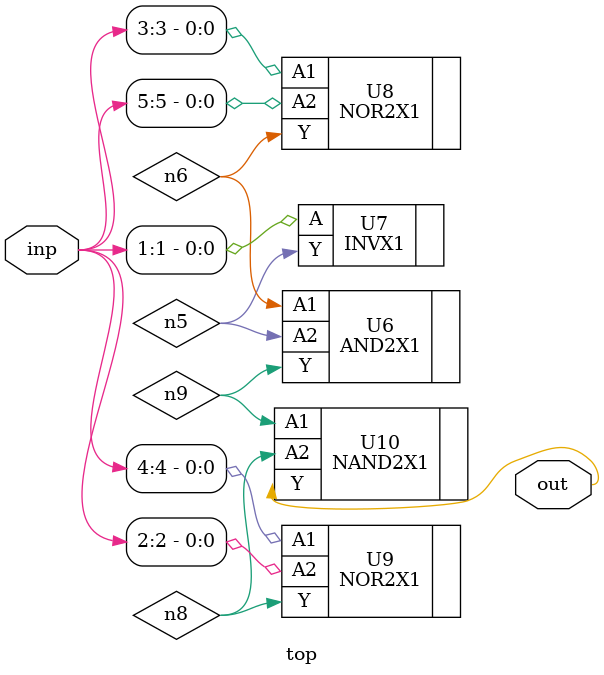
<source format=sv>


module top ( inp, out );
  input [5:0] inp;
  output out;
  wire   n5, n6, n8, n9;

  AND2X1 U6 ( .A1(n6), .A2(n5), .Y(n9) );
  INVX1 U7 ( .A(inp[1]), .Y(n5) );
  NOR2X1 U8 ( .A1(inp[3]), .A2(inp[5]), .Y(n6) );
  NOR2X1 U9 ( .A1(inp[4]), .A2(inp[2]), .Y(n8) );
  NAND2X1 U10 ( .A1(n9), .A2(n8), .Y(out) );
endmodule


</source>
